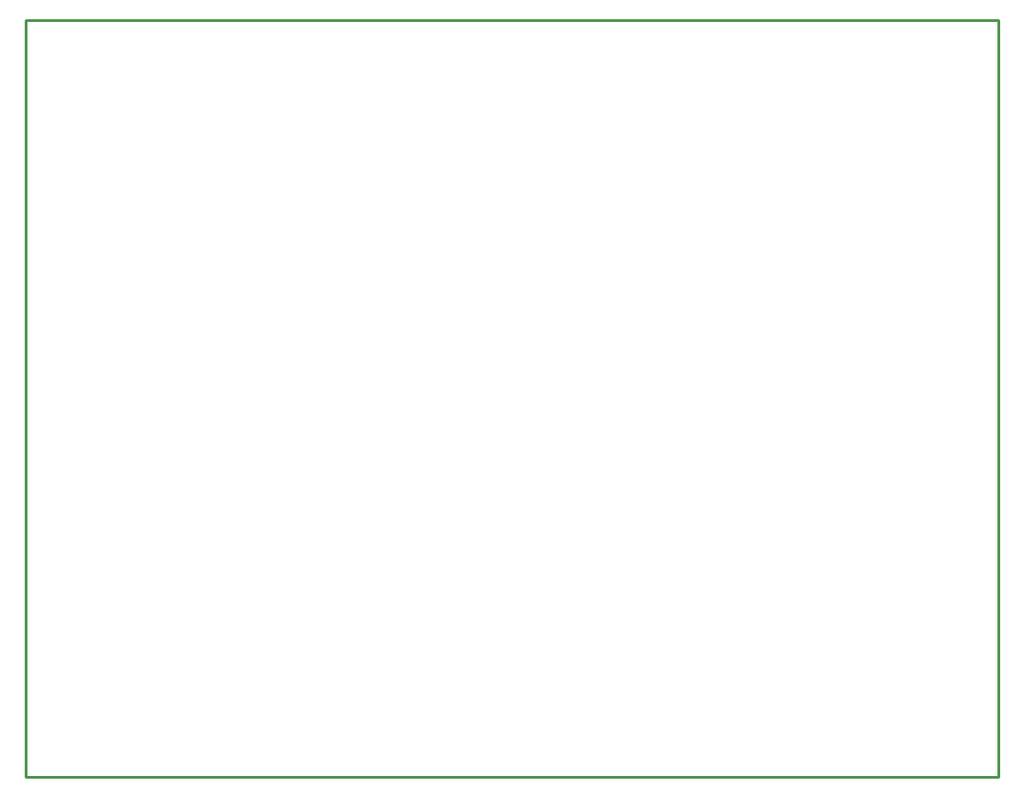
<source format=gko>
G04 Layer: BoardOutline*
G04 EasyEDA v6.4.7, 2020-11-13T14:17:03--3:00*
G04 567a4f01d23344a586f60d2a48ffb39a,2f6a952e8d754e4686293a443d3b0dc2,10*
G04 Gerber Generator version 0.2*
G04 Scale: 100 percent, Rotated: No, Reflected: No *
G04 Dimensions in millimeters *
G04 leading zeros omitted , absolute positions ,3 integer and 3 decimal *
%FSLAX33Y33*%
%MOMM*%
G90*
D02*

%ADD10C,0.254000*%
G54D10*
G01X0Y69977D02*
G01X1915Y69977D01*
G01X89926Y69977D01*
G01X89926Y0D01*
G01X0Y0D01*
G01X10Y0D01*
G01X10Y0D02*
G01X10Y69977D01*

%LPD*%
M00*
M02*

</source>
